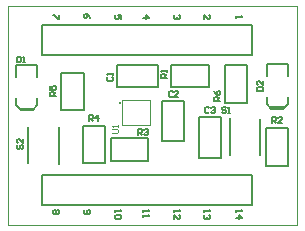
<source format=gto>
G04 Layer_Color=65535*
%FSAX44Y44*%
%MOMM*%
G71*
G01*
G75*
%ADD19C,0.1270*%
%ADD20C,0.1016*%
%ADD25C,0.2000*%
%ADD26C,0.1000*%
D19*
X00241904Y00099458D02*
X00254096D01*
X00239110Y00102252D02*
Y00108475D01*
Y00136415D02*
X00256890D01*
X00239110Y00126255D02*
Y00136415D01*
X00256890Y00102252D02*
Y00108475D01*
Y00126255D02*
Y00136415D01*
X00253080Y00098442D02*
X00256890Y00102252D01*
X00242920Y00098442D02*
X00253080D01*
X00239110Y00102252D02*
X00242920Y00098442D01*
X00027110Y00101252D02*
X00030920Y00097442D01*
X00041080D01*
X00044890Y00101252D01*
Y00125255D02*
Y00135415D01*
Y00101252D02*
Y00107475D01*
X00027110Y00125255D02*
Y00135415D01*
X00044890D01*
X00027110Y00101252D02*
Y00107475D01*
X00029904Y00098458D02*
X00042096D01*
X00200000Y00105000D02*
X00194922D01*
Y00107539D01*
X00195768Y00108386D01*
X00197461D01*
X00198307Y00107539D01*
Y00105000D01*
Y00106693D02*
X00200000Y00108386D01*
X00194922Y00113464D02*
X00195768Y00111771D01*
X00197461Y00110078D01*
X00199154D01*
X00200000Y00110925D01*
Y00112618D01*
X00199154Y00113464D01*
X00198307D01*
X00197461Y00112618D01*
Y00110078D01*
X00230922Y00113000D02*
X00236000D01*
Y00115539D01*
X00235154Y00116386D01*
X00231768D01*
X00230922Y00115539D01*
Y00113000D01*
X00236000Y00121464D02*
Y00118078D01*
X00232614Y00121464D01*
X00231768D01*
X00230922Y00120618D01*
Y00118925D01*
X00231768Y00118078D01*
X00028768Y00067386D02*
X00027922Y00066539D01*
Y00064846D01*
X00028768Y00064000D01*
X00029614D01*
X00030461Y00064846D01*
Y00066539D01*
X00031307Y00067386D01*
X00032154D01*
X00033000Y00066539D01*
Y00064846D01*
X00032154Y00064000D01*
X00033000Y00072464D02*
Y00069078D01*
X00029614Y00072464D01*
X00028768D01*
X00027922Y00071617D01*
Y00069925D01*
X00028768Y00069078D01*
X00204386Y00099232D02*
X00203539Y00100078D01*
X00201846D01*
X00201000Y00099232D01*
Y00098386D01*
X00201846Y00097539D01*
X00203539D01*
X00204386Y00096693D01*
Y00095846D01*
X00203539Y00095000D01*
X00201846D01*
X00201000Y00095846D01*
X00206078Y00095000D02*
X00207771D01*
X00206925D01*
Y00100078D01*
X00206078Y00099232D01*
X00061000Y00109000D02*
X00055922D01*
Y00111539D01*
X00056768Y00112386D01*
X00058461D01*
X00059307Y00111539D01*
Y00109000D01*
Y00110693D02*
X00061000Y00112386D01*
X00055922Y00117464D02*
Y00114078D01*
X00058461D01*
X00057614Y00115771D01*
Y00116617D01*
X00058461Y00117464D01*
X00060154D01*
X00061000Y00116617D01*
Y00114925D01*
X00060154Y00114078D01*
X00089000Y00088000D02*
Y00093078D01*
X00091539D01*
X00092386Y00092232D01*
Y00090539D01*
X00091539Y00089693D01*
X00089000D01*
X00090693D02*
X00092386Y00088000D01*
X00096617D02*
Y00093078D01*
X00094078Y00090539D01*
X00097464D01*
X00130000Y00076000D02*
Y00081078D01*
X00132539D01*
X00133386Y00080232D01*
Y00078539D01*
X00132539Y00077693D01*
X00130000D01*
X00131693D02*
X00133386Y00076000D01*
X00135078Y00080232D02*
X00135925Y00081078D01*
X00137618D01*
X00138464Y00080232D01*
Y00079386D01*
X00137618Y00078539D01*
X00136771D01*
X00137618D01*
X00138464Y00077693D01*
Y00076846D01*
X00137618Y00076000D01*
X00135925D01*
X00135078Y00076846D01*
X00244000Y00086000D02*
Y00091078D01*
X00246539D01*
X00247386Y00090232D01*
Y00088539D01*
X00246539Y00087693D01*
X00244000D01*
X00245693D02*
X00247386Y00086000D01*
X00252464D02*
X00249078D01*
X00252464Y00089386D01*
Y00090232D01*
X00251618Y00091078D01*
X00249925D01*
X00249078Y00090232D01*
X00155000Y00124000D02*
X00149922D01*
Y00126539D01*
X00150768Y00127386D01*
X00152461D01*
X00153307Y00126539D01*
Y00124000D01*
Y00125693D02*
X00155000Y00127386D01*
Y00129078D02*
Y00130771D01*
Y00129925D01*
X00149922D01*
X00150768Y00129078D01*
X00027500Y00142578D02*
Y00137500D01*
X00030039D01*
X00030886Y00138346D01*
Y00141732D01*
X00030039Y00142578D01*
X00027500D01*
X00032578Y00137500D02*
X00034271D01*
X00033425D01*
Y00142578D01*
X00032578Y00141732D01*
X00190386Y00099232D02*
X00189539Y00100078D01*
X00187846D01*
X00187000Y00099232D01*
Y00095846D01*
X00187846Y00095000D01*
X00189539D01*
X00190386Y00095846D01*
X00192078Y00099232D02*
X00192925Y00100078D01*
X00194618D01*
X00195464Y00099232D01*
Y00098386D01*
X00194618Y00097539D01*
X00193771D01*
X00194618D01*
X00195464Y00096693D01*
Y00095846D01*
X00194618Y00095000D01*
X00192925D01*
X00192078Y00095846D01*
X00159386Y00112232D02*
X00158539Y00113078D01*
X00156846D01*
X00156000Y00112232D01*
Y00108846D01*
X00156846Y00108000D01*
X00158539D01*
X00159386Y00108846D01*
X00164464Y00108000D02*
X00161078D01*
X00164464Y00111386D01*
Y00112232D01*
X00163617Y00113078D01*
X00161925D01*
X00161078Y00112232D01*
X00104768Y00125386D02*
X00103922Y00124539D01*
Y00122846D01*
X00104768Y00122000D01*
X00108154D01*
X00109000Y00122846D01*
Y00124539D01*
X00108154Y00125386D01*
X00109000Y00127078D02*
Y00128771D01*
Y00127925D01*
X00103922D01*
X00104768Y00127078D01*
X00212750Y00012750D02*
Y00011057D01*
Y00011904D01*
X00217828D01*
X00216982Y00012750D01*
X00212750Y00005979D02*
X00217828D01*
X00215289Y00008518D01*
Y00005132D01*
X00186250Y00012750D02*
Y00011057D01*
Y00011904D01*
X00191328D01*
X00190482Y00012750D01*
Y00008518D02*
X00191328Y00007672D01*
Y00005979D01*
X00190482Y00005132D01*
X00189636D01*
X00188789Y00005979D01*
Y00006825D01*
Y00005979D01*
X00187943Y00005132D01*
X00187096D01*
X00186250Y00005979D01*
Y00007672D01*
X00187096Y00008518D01*
X00160750Y00012750D02*
Y00011057D01*
Y00011904D01*
X00165828D01*
X00164982Y00012750D01*
X00160750Y00005132D02*
Y00008518D01*
X00164136Y00005132D01*
X00164982D01*
X00165828Y00005979D01*
Y00007672D01*
X00164982Y00008518D01*
X00134750Y00012750D02*
Y00011057D01*
Y00011904D01*
X00139828D01*
X00138982Y00012750D01*
X00134750Y00008518D02*
Y00006825D01*
Y00007672D01*
X00139828D01*
X00138982Y00008518D01*
X00111000Y00012750D02*
Y00011057D01*
Y00011904D01*
X00116078D01*
X00115232Y00012750D01*
Y00008518D02*
X00116078Y00007672D01*
Y00005979D01*
X00115232Y00005132D01*
X00111846D01*
X00111000Y00005979D01*
Y00007672D01*
X00111846Y00008518D01*
X00115232D01*
X00085096Y00012750D02*
X00084250Y00011904D01*
Y00010211D01*
X00085096Y00009364D01*
X00088482D01*
X00089328Y00010211D01*
Y00011904D01*
X00088482Y00012750D01*
X00087636D01*
X00086789Y00011904D01*
Y00009364D01*
X00062732Y00012750D02*
X00063578Y00011904D01*
Y00010211D01*
X00062732Y00009364D01*
X00061886D01*
X00061039Y00010211D01*
X00060193Y00009364D01*
X00059346D01*
X00058500Y00010211D01*
Y00011904D01*
X00059346Y00012750D01*
X00060193D01*
X00061039Y00011904D01*
X00061886Y00012750D01*
X00062732D01*
X00061039Y00011904D02*
Y00010211D01*
X00212750Y00177000D02*
Y00175307D01*
Y00176154D01*
X00217828D01*
X00216982Y00177000D01*
X00186250Y00174364D02*
Y00177750D01*
X00189636Y00174364D01*
X00190482D01*
X00191328Y00175211D01*
Y00176904D01*
X00190482Y00177750D01*
X00164982Y00177500D02*
X00165828Y00176654D01*
Y00174961D01*
X00164982Y00174114D01*
X00164135D01*
X00163289Y00174961D01*
Y00175807D01*
Y00174961D01*
X00162443Y00174114D01*
X00161596D01*
X00160750Y00174961D01*
Y00176654D01*
X00161596Y00177500D01*
X00134750Y00174961D02*
X00139828D01*
X00137289Y00177500D01*
Y00174114D01*
X00116078Y00174614D02*
Y00178000D01*
X00113539D01*
X00114385Y00176307D01*
Y00175461D01*
X00113539Y00174614D01*
X00111846D01*
X00111000Y00175461D01*
Y00177154D01*
X00111846Y00178000D01*
X00089328Y00174864D02*
X00088482Y00176557D01*
X00086789Y00178250D01*
X00085096D01*
X00084250Y00177404D01*
Y00175711D01*
X00085096Y00174864D01*
X00085943D01*
X00086789Y00175711D01*
Y00178250D01*
X00063578Y00177500D02*
Y00174114D01*
X00062732D01*
X00059346Y00177500D01*
X00058500D01*
D20*
X00107922Y00078000D02*
X00112154D01*
X00113000Y00078846D01*
Y00080539D01*
X00112154Y00081386D01*
X00107922D01*
X00113000Y00083078D02*
Y00084771D01*
Y00083925D01*
X00107922D01*
X00108768Y00083078D01*
X00020000Y00000000D02*
Y00185000D01*
X00265000D01*
Y00000000D02*
Y00185000D01*
X00020000Y00000000D02*
X00265000D01*
D25*
X00049150Y00016800D02*
X00226950D01*
Y00042200D01*
X00049150D02*
X00226950D01*
X00049150Y00016800D02*
Y00042200D01*
Y00143800D02*
X00226950D01*
Y00169200D01*
X00049150D02*
X00226950D01*
X00049150Y00143800D02*
Y00169200D01*
X00203602Y00135002D02*
X00222652D01*
X00203602Y00102998D02*
Y00135002D01*
X00222652Y00102998D02*
Y00135002D01*
X00203602Y00102998D02*
X00222652D01*
X00238348Y00049998D02*
X00257398D01*
Y00082002D01*
X00238348Y00049998D02*
Y00082002D01*
X00257398D01*
X00208000Y00059000D02*
Y00090250D01*
X00233750Y00059000D02*
Y00089750D01*
X00181602Y00056982D02*
X00200398D01*
X00181602D02*
Y00091272D01*
X00200398D01*
Y00056982D02*
Y00091272D01*
X00190002Y00116348D02*
Y00135398D01*
X00157998D02*
X00190002D01*
X00157998Y00116348D02*
X00190002D01*
X00157998D02*
Y00135398D01*
X00150602Y00070982D02*
X00169398D01*
X00150602D02*
Y00105272D01*
X00169398D01*
Y00070982D02*
Y00105272D01*
X00139002Y00054348D02*
Y00073398D01*
X00106998D02*
X00139002D01*
X00106998Y00054348D02*
X00139002D01*
X00106998D02*
Y00073398D01*
X00083348Y00051998D02*
X00102398D01*
Y00084002D01*
X00083348Y00051998D02*
Y00084002D01*
X00102398D01*
X00147018Y00116602D02*
Y00135398D01*
X00112728Y00116602D02*
X00147018D01*
X00112728D02*
Y00135398D01*
X00147018D01*
X00065348Y00096998D02*
X00084398D01*
Y00129002D01*
X00065348Y00096998D02*
Y00129002D01*
X00084398D01*
X00063000Y00051750D02*
Y00083000D01*
X00037250Y00052250D02*
Y00083000D01*
X00114670Y00103570D02*
Y00103782D01*
X00114882D01*
Y00103570D01*
X00114670D01*
D26*
X00140000Y00085000D02*
Y00106000D01*
X00117000Y00085000D02*
X00140000D01*
X00117000D02*
Y00106000D01*
X00140000D01*
M02*

</source>
